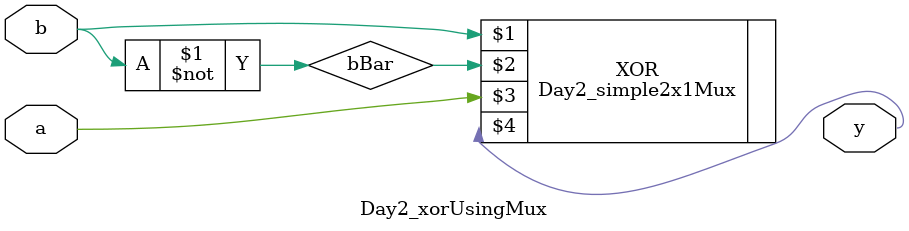
<source format=v>
`timescale 1ns / 1ps


module Day2_xorUsingMux(
    input b,
    input a,
    output y
    );
    
    wire bBar;
    assign  bBar = ~b;
    
    Day2_simple2x1Mux XOR(b ,bBar ,a , y);
    
    
endmodule

</source>
